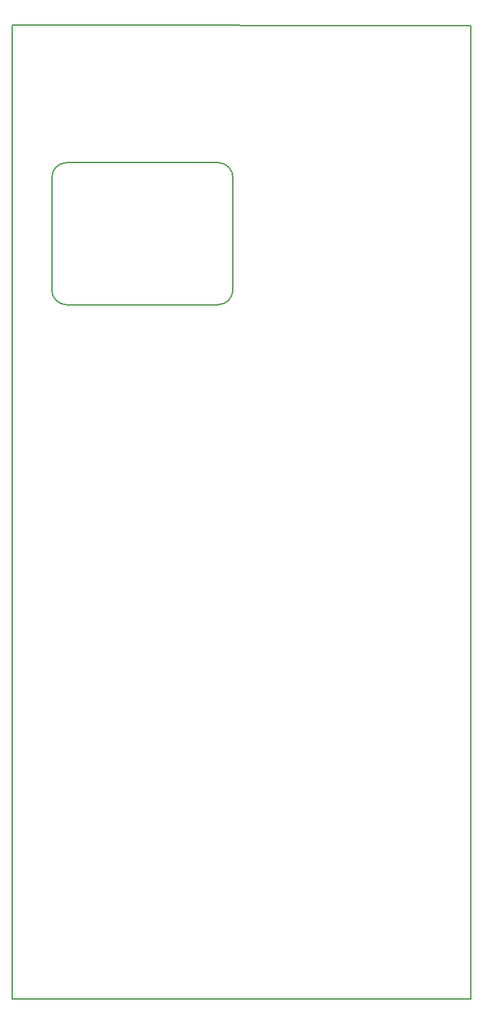
<source format=gbr>
G04 #@! TF.FileFunction,Profile,NP*
%FSLAX46Y46*%
G04 Gerber Fmt 4.6, Leading zero omitted, Abs format (unit mm)*
G04 Created by KiCad (PCBNEW 4.0.1-stable) date Donnerstag, 28. April 2016 'u50' 10:50:22*
%MOMM*%
G01*
G04 APERTURE LIST*
%ADD10C,0.100000*%
%ADD11C,0.150000*%
G04 APERTURE END LIST*
D10*
D11*
X117200000Y-68975000D02*
X97175000Y-68975000D01*
X119150000Y-52200000D02*
X119150000Y-67025000D01*
X97200000Y-50250000D02*
X117200000Y-50250000D01*
X119150000Y-52200000D02*
G75*
G03X117200000Y-50250000I-1950000J0D01*
G01*
X117200000Y-68975000D02*
G75*
G03X119150000Y-67025000I0J1950000D01*
G01*
X95250000Y-52200000D02*
X95225000Y-67025000D01*
X95225000Y-67025000D02*
G75*
G03X97175000Y-68975000I1950000J0D01*
G01*
X97200000Y-50250000D02*
G75*
G03X95250000Y-52200000I0J-1950000D01*
G01*
X90000000Y-32100000D02*
X90000000Y-128400000D01*
X150550000Y-32150000D02*
X90000000Y-32100000D01*
X150550000Y-160550000D02*
X150550000Y-32150000D01*
X90000000Y-160550000D02*
X150550000Y-160550000D01*
X90000000Y-128400000D02*
X90000000Y-160550000D01*
M02*

</source>
